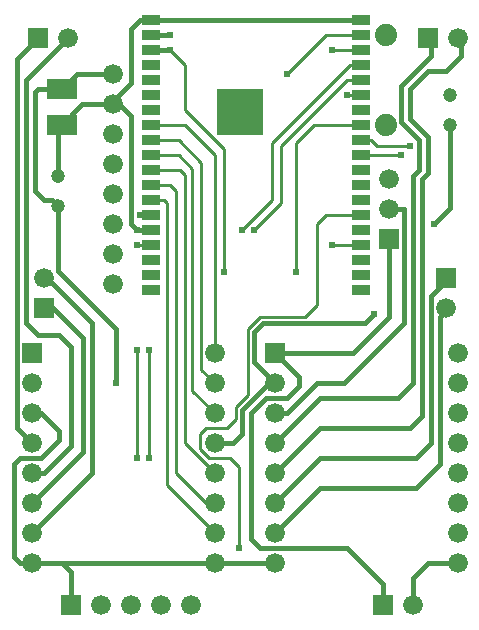
<source format=gtl>
G04 ---------------------------- Layer name :TOP LAYER*
G04 EasyEDA v5.6.15, Thu, 02 Aug 2018 18:58:32 GMT*
G04 c1dd2be7df344d0ea50767cdd4af59ce*
G04 Gerber Generator version 0.2*
G04 Scale: 100 percent, Rotated: No, Reflected: No *
G04 Dimensions in inches *
G04 leading zeros omitted , absolute positions ,2 integer and 4 decimal *
%FSLAX24Y24*%
%MOIN*%
G90*
G70D02*

%ADD10C,0.010000*%
%ADD11C,0.015000*%
%ADD12C,0.024400*%
%ADD13R,0.059276X0.035433*%
%ADD14R,0.157480X0.157480*%
%ADD15R,0.102362X0.070866*%
%ADD16R,0.066000X0.066000*%
%ADD17C,0.066000*%
%ADD18C,0.074000*%
%ADD19C,0.047000*%

%LPD*%
G54D11*
G01X1000Y19600D02*
G01X300Y18900D01*
G01X300Y6600D01*
G01X800Y6100D01*
G01X2000Y19600D02*
G01X600Y18200D01*
G01X600Y10100D01*
G01X1000Y9700D01*
G01X1700Y9700D01*
G01X2100Y9300D01*
G01X2100Y6000D01*
G01X1200Y5100D01*
G01X800Y5100D01*
G01X14700Y10600D02*
G01X14400Y10300D01*
G01X14400Y5400D01*
G01X13600Y4600D01*
G01X10400Y4600D01*
G01X8900Y3100D01*
G01X14700Y11600D02*
G01X14100Y11000D01*
G01X14100Y6100D01*
G01X13600Y5600D01*
G01X10400Y5600D01*
G01X8900Y4100D01*
G01X15100Y19600D02*
G01X15100Y19000D01*
G01X14600Y18500D01*
G01X14000Y18500D01*
G01X13400Y17900D01*
G01X13400Y16900D01*
G01X14000Y16300D01*
G01X14000Y15100D01*
G01X13800Y14900D01*
G01X13800Y7000D01*
G01X13400Y6600D01*
G01X10400Y6600D01*
G01X8900Y5100D01*
G01X14100Y19600D02*
G01X14100Y19000D01*
G01X13100Y18000D01*
G01X13100Y16800D01*
G01X13700Y16200D01*
G01X13700Y15200D01*
G01X13500Y15000D01*
G01X13500Y8100D01*
G01X13000Y7600D01*
G01X10400Y7600D01*
G01X8900Y6100D01*
G54D10*
G01X11710Y19200D02*
G01X10800Y19200D01*
G01X11300Y17700D02*
G01X11710Y17700D01*
G01X6900Y15700D02*
G01X6900Y15700D01*
G01X6900Y9100D01*
G01X6900Y8100D02*
G01X6450Y8550D01*
G01X6450Y15450D01*
G01X5700Y16200D01*
G01X4840Y16200D01*
G01X6900Y15700D02*
G01X6800Y15800D01*
G01X5900Y16700D01*
G01X4840Y16700D01*
G01X6900Y7100D02*
G01X6150Y7850D01*
G01X6150Y15250D01*
G01X5700Y15700D01*
G01X4840Y15700D01*
G01X6900Y5100D02*
G01X5900Y6100D01*
G01X5900Y15050D01*
G01X5750Y15200D01*
G01X4840Y15200D01*
G01X6900Y4100D02*
G01X6600Y4100D01*
G01X5600Y5100D01*
G01X5600Y14500D01*
G01X5400Y14700D01*
G01X4840Y14700D01*
G01X4841Y14200D02*
G01X5200Y14200D01*
G01X5300Y14100D01*
G01X5300Y4700D01*
G01X6900Y3100D01*
G01X4400Y13700D02*
G01X4841Y13700D01*
G01X4840Y12700D02*
G01X4300Y12700D01*
G01X11710Y15700D02*
G01X13100Y15700D01*
G01X13400Y16000D02*
G01X12300Y16000D01*
G01X12100Y16200D01*
G01X11710Y16200D01*
G01X11710Y16200D01*
G01X9600Y11800D02*
G01X9600Y16100D01*
G01X10200Y16700D01*
G01X11710Y16700D01*
G01X11710Y16700D01*
G01X10800Y12700D02*
G01X11710Y12700D01*
G01X11710Y12700D01*
G01X4700Y9200D02*
G01X4700Y5600D01*
G01X11710Y18200D02*
G01X11300Y18200D01*
G01X9100Y16000D01*
G01X9100Y14100D01*
G01X8200Y13200D01*
G01X11710Y18700D02*
G01X11400Y18700D01*
G01X8800Y16100D01*
G01X8800Y14200D01*
G01X7800Y13200D01*
G01X4300Y9200D02*
G01X4300Y5600D01*
G54D11*
G01X8900Y9100D02*
G01X9700Y8300D01*
G01X9700Y8000D01*
G01X9300Y7600D01*
G01X8700Y7600D01*
G01X8600Y7600D01*
G01X8100Y7100D01*
G01X8100Y2900D01*
G01X8300Y2700D01*
G01X8400Y2600D01*
G01X11300Y2600D01*
G01X12500Y1400D01*
G01X12500Y700D01*
G01X8900Y9100D02*
G01X11500Y9100D01*
G01X12700Y10300D01*
G01X12700Y12900D01*
G54D10*
G01X11710Y13700D02*
G01X10600Y13700D01*
G01X10300Y13400D01*
G01X10300Y10700D01*
G01X9900Y10300D01*
G01X8400Y10300D01*
G01X8000Y9900D01*
G01X8000Y7700D01*
G01X7600Y7300D01*
G01X7600Y6900D01*
G01X7300Y6600D01*
G01X6600Y6600D01*
G01X6400Y6400D01*
G01X6400Y5900D01*
G01X6700Y5600D01*
G01X7400Y5600D01*
G01X7700Y5300D01*
G01X7700Y2600D01*
G54D11*
G01X6900Y2100D02*
G01X8900Y2100D01*
G01X6900Y2100D02*
G01X900Y2100D01*
G01X13500Y700D02*
G01X13500Y1600D01*
G01X14000Y2100D01*
G01X15000Y2100D01*
G01X900Y7100D02*
G01X1100Y7100D01*
G01X1700Y6500D01*
G01X1700Y6200D01*
G01X1100Y5600D01*
G01X400Y5600D01*
G01X200Y5400D01*
G01X200Y2300D01*
G01X400Y2100D01*
G01X800Y2100D01*
G01X4300Y13200D02*
G01X4840Y13200D01*
G01X3500Y17400D02*
G01X3700Y17400D01*
G01X4100Y17000D01*
G01X4100Y13400D01*
G01X4300Y13200D01*
G01X3500Y17400D02*
G01X3500Y17500D01*
G01X4100Y18100D01*
G01X4100Y19900D01*
G01X4400Y20200D01*
G01X4840Y20200D01*
G01X4840Y20200D02*
G01X11710Y20200D01*
G01X11710Y20200D01*
G01X8900Y7100D02*
G01X9300Y7100D01*
G01X9900Y7700D01*
G01X10300Y8100D01*
G01X11200Y8100D01*
G01X13200Y10100D01*
G01X13200Y13900D01*
G01X12700Y13900D01*
G01X800Y2100D02*
G01X1800Y2100D01*
G01X2100Y1800D01*
G01X2100Y700D01*
G01X6900Y6100D02*
G01X7500Y6100D01*
G01X7700Y6300D01*
G01X7800Y6400D01*
G01X7800Y7200D01*
G01X8600Y8000D01*
G01X8900Y8100D01*
G01X8900Y8100D02*
G01X8200Y8800D01*
G01X8200Y9800D01*
G01X8500Y10100D01*
G01X11900Y10100D01*
G01X12200Y10400D01*
G01X5400Y19700D02*
G01X4841Y19700D01*
G01X1800Y17900D02*
G01X2300Y18400D01*
G01X3500Y18400D01*
G01X1800Y16717D02*
G01X2481Y17400D01*
G01X3500Y17400D01*
G01X5400Y19200D02*
G01X4840Y19200D01*
G01X1800Y17900D02*
G01X1000Y17900D01*
G01X900Y17800D01*
G01X900Y14500D01*
G01X1200Y14200D01*
G01X1480Y14200D01*
G01X1669Y14009D01*
G01X1669Y15009D02*
G01X1669Y16588D01*
G01X1800Y16717D01*
G01X1200Y11600D02*
G01X1300Y11600D01*
G01X2800Y10100D01*
G01X2800Y5100D01*
G01X800Y3100D01*
G01X1200Y10600D02*
G01X1500Y10600D01*
G01X2500Y9600D01*
G01X2500Y5800D01*
G01X800Y4100D01*
G01X1669Y14009D02*
G01X1669Y11830D01*
G01X2600Y10900D01*
G01X3600Y9900D01*
G01X3600Y8100D01*
G01X14730Y16690D02*
G01X14730Y13930D01*
G01X14200Y13400D01*
G54D10*
G01X7200Y12100D02*
G01X7200Y11800D01*
G01X7200Y15900D01*
G01X5900Y17200D01*
G01X5900Y18700D01*
G01X5400Y19200D01*
G01X11781Y19700D02*
G01X10600Y19700D01*
G01X9300Y18400D01*
G54D13*
G01X4771Y20200D03*
G01X4771Y19700D03*
G01X4771Y19200D03*
G01X4771Y18700D03*
G01X4771Y18200D03*
G01X4771Y17700D03*
G01X4771Y17200D03*
G01X4771Y16700D03*
G01X4771Y16200D03*
G01X4771Y15700D03*
G01X4771Y15200D03*
G01X4771Y14700D03*
G01X4771Y14200D03*
G01X4771Y13700D03*
G01X4771Y13200D03*
G01X4771Y12700D03*
G01X4771Y12200D03*
G01X4771Y11700D03*
G01X4771Y11200D03*
G01X11781Y20200D03*
G01X11781Y19700D03*
G01X11781Y19200D03*
G01X11781Y18700D03*
G01X11781Y18200D03*
G01X11781Y17700D03*
G01X11781Y17200D03*
G01X11781Y16700D03*
G01X11781Y16200D03*
G01X11781Y15700D03*
G01X11781Y15200D03*
G01X11781Y14700D03*
G01X11781Y14200D03*
G01X11781Y13700D03*
G01X11781Y13200D03*
G01X11781Y12700D03*
G01X11781Y12200D03*
G01X11781Y11700D03*
G01X11781Y11200D03*
G54D14*
G01X7734Y17132D03*
G54D15*
G01X1800Y17900D03*
G01X1800Y16717D03*
G54D16*
G01X800Y9100D03*
G54D17*
G01X6900Y9100D03*
G01X800Y8100D03*
G01X800Y7100D03*
G01X800Y6100D03*
G01X800Y5100D03*
G01X800Y4100D03*
G01X800Y3100D03*
G01X800Y2100D03*
G01X6900Y8100D03*
G01X6900Y7100D03*
G01X6900Y6100D03*
G01X6900Y5100D03*
G01X6900Y4100D03*
G01X6900Y3100D03*
G01X6900Y2100D03*
G54D16*
G01X8900Y9100D03*
G54D17*
G01X15000Y9100D03*
G01X8900Y8100D03*
G01X8900Y7100D03*
G01X8900Y6100D03*
G01X8900Y5100D03*
G01X8900Y4100D03*
G01X8900Y3100D03*
G01X8900Y2100D03*
G01X15000Y8100D03*
G01X15000Y7100D03*
G01X15000Y6100D03*
G01X15000Y5100D03*
G01X15000Y4100D03*
G01X15000Y3100D03*
G01X15000Y2100D03*
G54D16*
G01X1000Y19600D03*
G54D17*
G01X2000Y19600D03*
G54D16*
G01X1200Y10600D03*
G54D17*
G01X1200Y11600D03*
G54D16*
G01X14000Y19600D03*
G54D17*
G01X15000Y19600D03*
G54D16*
G01X14600Y11600D03*
G54D17*
G01X14600Y10600D03*
G54D16*
G01X12500Y700D03*
G54D17*
G01X13500Y700D03*
G54D18*
G01X12600Y19700D03*
G01X12600Y16700D03*
G54D19*
G01X14730Y16690D03*
G01X14730Y17690D03*
G01X1669Y15009D03*
G01X1669Y14009D03*
G54D17*
G01X3500Y18400D03*
G01X3500Y17400D03*
G01X3500Y16400D03*
G01X3500Y15400D03*
G01X3500Y14400D03*
G01X3500Y13400D03*
G01X3500Y12400D03*
G01X3500Y11400D03*
G01X12700Y14900D03*
G01X12700Y13900D03*
G54D16*
G01X12700Y12900D03*
G01X2100Y700D03*
G54D17*
G01X3100Y700D03*
G01X4100Y700D03*
G01X5100Y700D03*
G01X6100Y700D03*
G54D12*
G01X10800Y19200D03*
G01X11300Y17700D03*
G01X4400Y13700D03*
G01X4300Y12700D03*
G01X13100Y15700D03*
G01X13400Y16000D03*
G01X9600Y11800D03*
G01X10800Y12700D03*
G01X4700Y5600D03*
G01X8200Y13200D03*
G01X7800Y13200D03*
G01X4300Y9200D03*
G01X4300Y5600D03*
G01X4700Y9200D03*
G01X7700Y2600D03*
G01X4300Y13200D03*
G01X5400Y19700D03*
G01X5400Y19200D03*
G01X14200Y13400D03*
G01X3600Y8100D03*
G01X7200Y11800D03*
G01X12200Y10400D03*
G01X9300Y18400D03*
M00*
M02*

</source>
